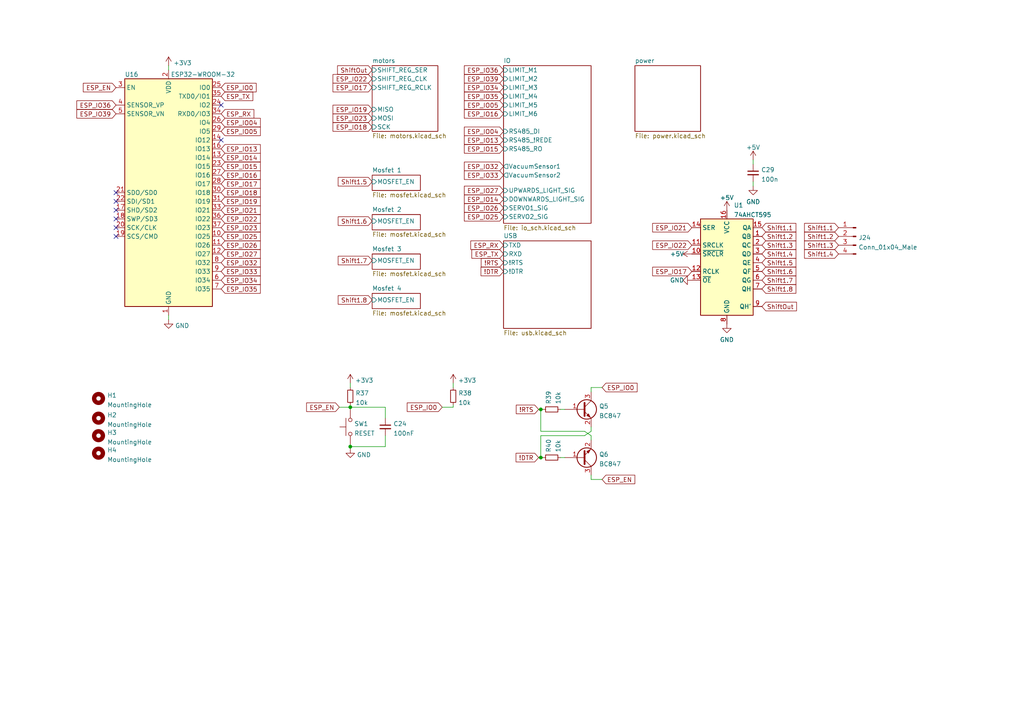
<source format=kicad_sch>
(kicad_sch (version 20211123) (generator eeschema)
  (paper "A4")
  (lib_symbols
    (symbol "74xx:74AHCT595"
      (property "Reference" "U" (at -7.62 13.97 0))
      (property "Value" "74AHCT595" (at -7.62 -16.51 0))
      (symbol "74AHCT595_1_0"
        (pin tri_state line (at 10.16 7.62 180) (length 2.54) (name "QB") (number "1"))
        (pin input line (at -10.16 2.54 0) (length 2.54) (name "~{SRCLR}") (number "10"))
        (pin input line (at -10.16 5.08 0) (length 2.54) (name "SRCLK") (number "11"))
        (pin input line (at -10.16 -2.54 0) (length 2.54) (name "RCLK") (number "12"))
        (pin input line (at -10.16 -5.08 0) (length 2.54) (name "~{OE}") (number "13"))
        (pin input line (at -10.16 10.16 0) (length 2.54) (name "SER") (number "14"))
        (pin tri_state line (at 10.16 10.16 180) (length 2.54) (name "QA") (number "15"))
        (pin power_in line (at 0 15.24 270) (length 2.54) (name "VCC") (number "16"))
        (pin tri_state line (at 10.16 5.08 180) (length 2.54) (name "QC") (number "2"))
        (pin tri_state line (at 10.16 2.54 180) (length 2.54) (name "QD") (number "3"))
        (pin tri_state line (at 10.16 0 180) (length 2.54) (name "QE") (number "4"))
        (pin tri_state line (at 10.16 -2.54 180) (length 2.54) (name "QF") (number "5"))
        (pin tri_state line (at 10.16 -5.08 180) (length 2.54) (name "QG") (number "6"))
        (pin tri_state line (at 10.16 -7.62 180) (length 2.54) (name "QH") (number "7"))
        (pin power_in line (at 0 -17.78 90) (length 2.54) (name "GND") (number "8"))
        (pin output line (at 10.16 -12.7 180) (length 2.54) (name "QH'") (number "9"))
      )
      (symbol "74AHCT595_1_1"
        (rectangle (start -7.62 12.7) (end 7.62 -15.24) (stroke (width 0.254)) (fill (type background)))
      )
    )
    (symbol "Connector:Conn_01x04_Male" (pin_names (offset 1.016) hide)
      (property "Reference" "J" (at 0 5.08 0))
      (property "Value" "Conn_01x04_Male" (at 0 -7.62 0))
      (symbol "Conn_01x04_Male_1_1"
        (polyline (pts (xy 1.27 -5.08) (xy 0.8636 -5.08)) (stroke (width 0.1524)))
        (polyline (pts (xy 1.27 -2.54) (xy 0.8636 -2.54)) (stroke (width 0.1524)))
        (polyline (pts (xy 1.27 0) (xy 0.8636 0)) (stroke (width 0.1524)))
        (polyline (pts (xy 1.27 2.54) (xy 0.8636 2.54)) (stroke (width 0.1524)))
        (rectangle (start 0.8636 -4.953) (end 0 -5.207) (stroke (width 0.1524)) (fill (type outline)))
        (rectangle (start 0.8636 -2.413) (end 0 -2.667) (stroke (width 0.1524)) (fill (type outline)))
        (rectangle (start 0.8636 0.127) (end 0 -0.127) (stroke (width 0.1524)) (fill (type outline)))
        (rectangle (start 0.8636 2.667) (end 0 2.413) (stroke (width 0.1524)) (fill (type outline)))
        (pin passive line (at 5.08 2.54 180) (length 3.81) (name "Pin_1") (number "1"))
        (pin passive line (at 5.08 0 180) (length 3.81) (name "Pin_2") (number "2"))
        (pin passive line (at 5.08 -2.54 180) (length 3.81) (name "Pin_3") (number "3"))
        (pin passive line (at 5.08 -5.08 180) (length 3.81) (name "Pin_4") (number "4"))
      )
    )
    (symbol "Device:C_Small" (pin_numbers hide) (pin_names (offset 0.254) hide)
      (property "Reference" "C" (at 0.254 1.778 0))
      (property "Value" "C_Small" (at 0.254 -2.032 0))
      (symbol "C_Small_0_1"
        (polyline (pts (xy -1.524 -0.508) (xy 1.524 -0.508)) (stroke (width 0.3302)))
        (polyline (pts (xy -1.524 0.508) (xy 1.524 0.508)) (stroke (width 0.3048)))
      )
      (symbol "C_Small_1_1"
        (pin passive line (at 0 2.54 270) (length 2.032) (name "~") (number "1"))
        (pin passive line (at 0 -2.54 90) (length 2.032) (name "~") (number "2"))
      )
    )
    (symbol "Device:R_Small" (pin_numbers hide) (pin_names (offset 0.254) hide)
      (property "Reference" "R" (at 0.762 0.508 0))
      (property "Value" "R_Small" (at 0.762 -1.016 0))
      (symbol "R_Small_0_1"
        (rectangle (start -0.762 1.778) (end 0.762 -1.778) (stroke (width 0.2032)))
      )
      (symbol "R_Small_1_1"
        (pin passive line (at 0 2.54 270) (length 0.762) (name "~") (number "1"))
        (pin passive line (at 0 -2.54 90) (length 0.762) (name "~") (number "2"))
      )
    )
    (symbol "Mechanical:MountingHole" (pin_names (offset 1.016))
      (property "Reference" "H" (at 0 5.08 0))
      (property "Value" "MountingHole" (at 0 3.175 0))
      (symbol "MountingHole_0_1"
        (circle (center 0 0) (radius 1.27) (stroke (width 1.27)))
      )
    )
    (symbol "RF_Module:ESP32-WROOM-32"
      (property "Reference" "U" (at -12.7 34.29 0))
      (property "Value" "ESP32-WROOM-32" (at 1.27 34.29 0))
      (symbol "ESP32-WROOM-32_0_1"
        (rectangle (start -12.7 33.02) (end 12.7 -33.02) (stroke (width 0.254)) (fill (type background)))
      )
      (symbol "ESP32-WROOM-32_1_1"
        (pin power_in line (at 0 -35.56 90) (length 2.54) (name "GND") (number "1"))
        (pin bidirectional line (at 15.24 -12.7 180) (length 2.54) (name "IO25") (number "10"))
        (pin bidirectional line (at 15.24 -15.24 180) (length 2.54) (name "IO26") (number "11"))
        (pin bidirectional line (at 15.24 -17.78 180) (length 2.54) (name "IO27") (number "12"))
        (pin bidirectional line (at 15.24 10.16 180) (length 2.54) (name "IO14") (number "13"))
        (pin bidirectional line (at 15.24 15.24 180) (length 2.54) (name "IO12") (number "14"))
        (pin passive line (at 0 -35.56 90) (length 2.54) hide (name "GND") (number "15"))
        (pin bidirectional line (at 15.24 12.7 180) (length 2.54) (name "IO13") (number "16"))
        (pin bidirectional line (at -15.24 -5.08 0) (length 2.54) (name "SHD/SD2") (number "17"))
        (pin bidirectional line (at -15.24 -7.62 0) (length 2.54) (name "SWP/SD3") (number "18"))
        (pin bidirectional line (at -15.24 -12.7 0) (length 2.54) (name "SCS/CMD") (number "19"))
        (pin power_in line (at 0 35.56 270) (length 2.54) (name "VDD") (number "2"))
        (pin bidirectional line (at -15.24 -10.16 0) (length 2.54) (name "SCK/CLK") (number "20"))
        (pin bidirectional line (at -15.24 0 0) (length 2.54) (name "SDO/SD0") (number "21"))
        (pin bidirectional line (at -15.24 -2.54 0) (length 2.54) (name "SDI/SD1") (number "22"))
        (pin bidirectional line (at 15.24 7.62 180) (length 2.54) (name "IO15") (number "23"))
        (pin bidirectional line (at 15.24 25.4 180) (length 2.54) (name "IO2") (number "24"))
        (pin bidirectional line (at 15.24 30.48 180) (length 2.54) (name "IO0") (number "25"))
        (pin bidirectional line (at 15.24 20.32 180) (length 2.54) (name "IO4") (number "26"))
        (pin bidirectional line (at 15.24 5.08 180) (length 2.54) (name "IO16") (number "27"))
        (pin bidirectional line (at 15.24 2.54 180) (length 2.54) (name "IO17") (number "28"))
        (pin bidirectional line (at 15.24 17.78 180) (length 2.54) (name "IO5") (number "29"))
        (pin input line (at -15.24 30.48 0) (length 2.54) (name "EN") (number "3"))
        (pin bidirectional line (at 15.24 0 180) (length 2.54) (name "IO18") (number "30"))
        (pin bidirectional line (at 15.24 -2.54 180) (length 2.54) (name "IO19") (number "31"))
        (pin no_connect line (at -12.7 -27.94 0) (length 2.54) hide (name "NC") (number "32"))
        (pin bidirectional line (at 15.24 -5.08 180) (length 2.54) (name "IO21") (number "33"))
        (pin bidirectional line (at 15.24 22.86 180) (length 2.54) (name "RXD0/IO3") (number "34"))
        (pin bidirectional line (at 15.24 27.94 180) (length 2.54) (name "TXD0/IO1") (number "35"))
        (pin bidirectional line (at 15.24 -7.62 180) (length 2.54) (name "IO22") (number "36"))
        (pin bidirectional line (at 15.24 -10.16 180) (length 2.54) (name "IO23") (number "37"))
        (pin passive line (at 0 -35.56 90) (length 2.54) hide (name "GND") (number "38"))
        (pin passive line (at 0 -35.56 90) (length 2.54) hide (name "GND") (number "39"))
        (pin input line (at -15.24 25.4 0) (length 2.54) (name "SENSOR_VP") (number "4"))
        (pin input line (at -15.24 22.86 0) (length 2.54) (name "SENSOR_VN") (number "5"))
        (pin input line (at 15.24 -25.4 180) (length 2.54) (name "IO34") (number "6"))
        (pin input line (at 15.24 -27.94 180) (length 2.54) (name "IO35") (number "7"))
        (pin bidirectional line (at 15.24 -20.32 180) (length 2.54) (name "IO32") (number "8"))
        (pin bidirectional line (at 15.24 -22.86 180) (length 2.54) (name "IO33") (number "9"))
      )
    )
    (symbol "Switch:SW_Push" (pin_numbers hide) (pin_names (offset 1.016) hide)
      (property "Reference" "SW" (at 1.27 2.54 0))
      (property "Value" "SW_Push" (at 0 -1.524 0))
      (symbol "SW_Push_0_1"
        (circle (center -2.032 0) (radius 0.508))
        (polyline (pts (xy 0 1.27) (xy 0 3.048)))
        (polyline (pts (xy 2.54 1.27) (xy -2.54 1.27)))
        (circle (center 2.032 0) (radius 0.508))
        (pin passive line (at -5.08 0 0) (length 2.54) (name "1") (number "1"))
        (pin passive line (at 5.08 0 180) (length 2.54) (name "2") (number "2"))
      )
    )
    (symbol "Transistor_BJT:BC847" (pin_names (offset 0) hide)
      (property "Reference" "Q" (at 5.08 1.905 0))
      (property "Value" "BC847" (at 5.08 0 0))
      (symbol "BC847_0_1"
        (polyline (pts (xy 0.635 0.635) (xy 2.54 2.54)))
        (polyline (pts (xy 0.635 -0.635) (xy 2.54 -2.54) (xy 2.54 -2.54)))
        (polyline (pts (xy 0.635 1.905) (xy 0.635 -1.905) (xy 0.635 -1.905)) (stroke (width 0.508)))
        (polyline (pts (xy 1.27 -1.778) (xy 1.778 -1.27) (xy 2.286 -2.286) (xy 1.27 -1.778) (xy 1.27 -1.778)) (fill (type outline)))
        (circle (center 1.27 0) (radius 2.8194) (stroke (width 0.254)))
      )
      (symbol "BC847_1_1"
        (pin input line (at -5.08 0 0) (length 5.715) (name "B") (number "1"))
        (pin passive line (at 2.54 -5.08 90) (length 2.54) (name "E") (number "2"))
        (pin passive line (at 2.54 5.08 270) (length 2.54) (name "C") (number "3"))
      )
    )
    (symbol "power:+3V3" (power) (pin_names (offset 0))
      (property "Value" "+3V3" (at 0 3.556 0))
      (symbol "+3V3_0_1"
        (polyline (pts (xy -0.762 1.27) (xy 0 2.54)))
        (polyline (pts (xy 0 0) (xy 0 2.54)))
        (polyline (pts (xy 0 2.54) (xy 0.762 1.27)))
      )
      (symbol "+3V3_1_1"
        (pin power_in line (at 0 0 90) (length 0) hide (name "+3V3") (number "1"))
      )
    )
    (symbol "power:+5V" (power) (pin_names (offset 0))
      (property "Value" "+5V" (at 0 3.556 0))
      (symbol "+5V_0_1"
        (polyline (pts (xy -0.762 1.27) (xy 0 2.54)))
        (polyline (pts (xy 0 0) (xy 0 2.54)))
        (polyline (pts (xy 0 2.54) (xy 0.762 1.27)))
      )
      (symbol "+5V_1_1"
        (pin power_in line (at 0 0 90) (length 0) hide (name "+5V") (number "1"))
      )
    )
    (symbol "power:GND" (power) (pin_names (offset 0))
      (property "Value" "GND" (at 0 -3.81 0))
      (symbol "GND_0_1"
        (polyline (pts (xy 0 0) (xy 0 -1.27) (xy 1.27 -1.27) (xy 0 -2.54) (xy -1.27 -1.27) (xy 0 -1.27)))
      )
      (symbol "GND_1_1"
        (pin power_in line (at 0 0 270) (length 0) hide (name "GND") (number "1"))
      )
    )
  )
  (junction (at 156.845 118.745))
  (junction (at 101.6 129.54))
  (junction (at 101.6 118.11))
  (junction (at 156.845 132.715))
  (no_connect (at 64.135 30.48))
  (no_connect (at 33.655 63.5))
  (no_connect (at 33.655 60.96))
  (no_connect (at 33.655 58.42))
  (no_connect (at 33.655 55.88))
  (no_connect (at 33.655 68.58))
  (no_connect (at 33.655 66.04))
  (no_connect (at 64.135 40.64))
  (wire (pts (xy 131.445 117.475) (xy 131.445 118.11)))
  (wire (pts (xy 156.845 132.715) (xy 157.48 132.715)))
  (wire (pts (xy 48.895 19.05) (xy 48.895 20.32)))
  (wire (pts (xy 128.27 118.11) (xy 131.445 118.11)))
  (wire (pts (xy 156.845 118.745) (xy 157.48 118.745)))
  (wire (pts (xy 171.45 125.095) (xy 171.45 123.825)))
  (wire (pts (xy 218.44 46.355) (xy 218.44 47.625)))
  (wire (pts (xy 101.6 130.175) (xy 101.6 129.54)))
  (wire (pts (xy 101.6 117.475) (xy 101.6 118.11)))
  (wire (pts (xy 171.45 112.395) (xy 171.45 113.665)))
  (wire (pts (xy 156.845 126.365) (xy 156.845 132.715)))
  (wire (pts (xy 101.6 129.54) (xy 101.6 128.905)))
  (wire (pts (xy 156.845 125.095) (xy 169.545 125.095)))
  (wire (pts (xy 101.6 111.125) (xy 101.6 112.395)))
  (wire (pts (xy 171.45 139.065) (xy 171.45 137.795)))
  (wire (pts (xy 169.545 126.365) (xy 156.845 126.365)))
  (wire (pts (xy 111.76 118.11) (xy 111.76 121.285)))
  (wire (pts (xy 131.445 111.125) (xy 131.445 112.395)))
  (wire (pts (xy 111.76 126.365) (xy 111.76 129.54)))
  (wire (pts (xy 98.425 118.11) (xy 101.6 118.11)))
  (wire (pts (xy 171.45 125.095) (xy 169.545 126.365)))
  (wire (pts (xy 162.56 118.745) (xy 163.83 118.745)))
  (wire (pts (xy 171.45 127.635) (xy 171.45 126.365)))
  (wire (pts (xy 218.44 53.975) (xy 218.44 52.705)))
  (wire (pts (xy 162.56 132.715) (xy 163.83 132.715)))
  (wire (pts (xy 174.625 112.395) (xy 171.45 112.395)))
  (wire (pts (xy 156.845 118.745) (xy 156.845 125.095)))
  (wire (pts (xy 171.45 126.365) (xy 169.545 125.095)))
  (wire (pts (xy 174.625 139.065) (xy 171.45 139.065)))
  (wire (pts (xy 156.21 132.715) (xy 156.845 132.715)))
  (wire (pts (xy 111.76 129.54) (xy 101.6 129.54)))
  (wire (pts (xy 48.895 92.71) (xy 48.895 91.44)))
  (wire (pts (xy 101.6 118.11) (xy 101.6 118.745)))
  (wire (pts (xy 101.6 118.11) (xy 111.76 118.11)))
  (wire (pts (xy 156.21 118.745) (xy 156.845 118.745)))
  (global_label "Shift1.2" (shape input) (at 220.98 68.58 0) (property "Intersheet References" "${INTERSHEET_REFS}" (effects hide)))
  (global_label "ESP_IO22" (shape input) (at 200.66 71.12 180) (property "Intersheet References" "${INTERSHEET_REFS}" (effects hide)))
  (global_label "ESP_IO39" (shape input) (at 146.05 22.86 180) (property "Intersheet References" "${INTERSHEET_REFS}" (effects hide)))
  (global_label "ESP_RX" (shape input) (at 64.135 33.02 0) (property "Intersheet References" "${INTERSHEET_REFS}" (effects hide)))
  (global_label "ESP_IO34" (shape input) (at 64.135 81.28 0) (property "Intersheet References" "${INTERSHEET_REFS}" (effects hide)))
  (global_label "ESP_IO36" (shape input) (at 33.655 30.48 180) (property "Intersheet References" "${INTERSHEET_REFS}" (effects hide)))
  (global_label "ESP_IO15" (shape input) (at 64.135 48.26 0) (property "Intersheet References" "${INTERSHEET_REFS}" (effects hide)))
  (global_label "Shift1.6" (shape input) (at 220.98 78.74 0) (property "Intersheet References" "${INTERSHEET_REFS}" (effects hide)))
  (global_label "ESP_IO0" (shape input) (at 128.27 118.11 180) (property "Intersheet References" "${INTERSHEET_REFS}" (effects hide)))
  (global_label "ESP_IO15" (shape input) (at 146.05 43.18 180) (property "Intersheet References" "${INTERSHEET_REFS}" (effects hide)))
  (global_label "ESP_IO32" (shape input) (at 64.135 76.2 0) (property "Intersheet References" "${INTERSHEET_REFS}" (effects hide)))
  (global_label "ESP_IO14" (shape input) (at 64.135 45.72 0) (property "Intersheet References" "${INTERSHEET_REFS}" (effects hide)))
  (global_label "Shift1.5" (shape input) (at 107.95 52.705 180) (property "Intersheet References" "${INTERSHEET_REFS}" (effects hide)))
  (global_label "ESP_IO36" (shape input) (at 146.05 20.32 180) (property "Intersheet References" "${INTERSHEET_REFS}" (effects hide)))
  (global_label "ESP_IO04" (shape input) (at 146.05 38.1 180) (property "Intersheet References" "${INTERSHEET_REFS}" (effects hide)))
  (global_label "Shift1.4" (shape input) (at 243.205 73.66 180) (property "Intersheet References" "${INTERSHEET_REFS}" (effects hide)))
  (global_label "ESP_IO34" (shape input) (at 146.05 25.4 180) (property "Intersheet References" "${INTERSHEET_REFS}" (effects hide)))
  (global_label "Shift1.1" (shape input) (at 220.98 66.04 0) (property "Intersheet References" "${INTERSHEET_REFS}" (effects hide)))
  (global_label "ESP_IO39" (shape input) (at 33.655 33.02 180) (property "Intersheet References" "${INTERSHEET_REFS}" (effects hide)))
  (global_label "Shift1.8" (shape input) (at 107.95 86.995 180) (property "Intersheet References" "${INTERSHEET_REFS}" (effects hide)))
  (global_label "ShiftOut" (shape input) (at 220.98 88.9 0) (property "Intersheet References" "${INTERSHEET_REFS}" (effects hide)))
  (global_label "ESP_IO18" (shape input) (at 107.95 36.83 180) (property "Intersheet References" "${INTERSHEET_REFS}" (effects hide)))
  (global_label "ESP_IO35" (shape input) (at 146.05 27.94 180) (property "Intersheet References" "${INTERSHEET_REFS}" (effects hide)))
  (global_label "Shift1.7" (shape input) (at 107.95 75.565 180) (property "Intersheet References" "${INTERSHEET_REFS}" (effects hide)))
  (global_label "!DTR" (shape input) (at 146.05 78.74 180) (property "Intersheet References" "${INTERSHEET_REFS}" (effects hide)))
  (global_label "!RTS" (shape input) (at 156.21 118.745 180) (property "Intersheet References" "${INTERSHEET_REFS}" (effects hide)))
  (global_label "Shift1.6" (shape input) (at 107.95 64.135 180) (property "Intersheet References" "${INTERSHEET_REFS}" (effects hide)))
  (global_label "ESP_IO18" (shape input) (at 64.135 55.88 0) (property "Intersheet References" "${INTERSHEET_REFS}" (effects hide)))
  (global_label "ESP_IO19" (shape input) (at 64.135 58.42 0) (property "Intersheet References" "${INTERSHEET_REFS}" (effects hide)))
  (global_label "Shift1.7" (shape input) (at 220.98 81.28 0) (property "Intersheet References" "${INTERSHEET_REFS}" (effects hide)))
  (global_label "!RTS" (shape input) (at 146.05 76.2 180) (property "Intersheet References" "${INTERSHEET_REFS}" (effects hide)))
  (global_label "ESP_EN" (shape input) (at 33.655 25.4 180) (property "Intersheet References" "${INTERSHEET_REFS}" (effects hide)))
  (global_label "ESP_IO17" (shape input) (at 64.135 53.34 0) (property "Intersheet References" "${INTERSHEET_REFS}" (effects hide)))
  (global_label "ESP_IO33" (shape input) (at 64.135 78.74 0) (property "Intersheet References" "${INTERSHEET_REFS}" (effects hide)))
  (global_label "ESP_IO16" (shape input) (at 64.135 50.8 0) (property "Intersheet References" "${INTERSHEET_REFS}" (effects hide)))
  (global_label "ESP_RX" (shape input) (at 146.05 71.12 180) (property "Intersheet References" "${INTERSHEET_REFS}" (effects hide)))
  (global_label "ESP_IO22" (shape input) (at 64.135 63.5 0) (property "Intersheet References" "${INTERSHEET_REFS}" (effects hide)))
  (global_label "ShiftOut" (shape input) (at 107.95 20.32 180) (property "Intersheet References" "${INTERSHEET_REFS}" (effects hide)))
  (global_label "ESP_IO0" (shape input) (at 64.135 25.4 0) (property "Intersheet References" "${INTERSHEET_REFS}" (effects hide)))
  (global_label "ESP_IO05" (shape input) (at 64.135 38.1 0) (property "Intersheet References" "${INTERSHEET_REFS}" (effects hide)))
  (global_label "Shift1.3" (shape input) (at 220.98 71.12 0) (property "Intersheet References" "${INTERSHEET_REFS}" (effects hide)))
  (global_label "ESP_IO19" (shape input) (at 107.95 31.75 180) (property "Intersheet References" "${INTERSHEET_REFS}" (effects hide)))
  (global_label "Shift1.3" (shape input) (at 243.205 71.12 180) (property "Intersheet References" "${INTERSHEET_REFS}" (effects hide)))
  (global_label "!DTR" (shape input) (at 156.21 132.715 180) (property "Intersheet References" "${INTERSHEET_REFS}" (effects hide)))
  (global_label "ESP_IO0" (shape input) (at 174.625 112.395 0) (property "Intersheet References" "${INTERSHEET_REFS}" (effects hide)))
  (global_label "ESP_IO35" (shape input) (at 64.135 83.82 0) (property "Intersheet References" "${INTERSHEET_REFS}" (effects hide)))
  (global_label "ESP_EN" (shape input) (at 174.625 139.065 0) (property "Intersheet References" "${INTERSHEET_REFS}" (effects hide)))
  (global_label "ESP_IO25" (shape input) (at 64.135 68.58 0) (property "Intersheet References" "${INTERSHEET_REFS}" (effects hide)))
  (global_label "ESP_IO14" (shape input) (at 146.05 57.785 180) (property "Intersheet References" "${INTERSHEET_REFS}" (effects hide)))
  (global_label "ESP_IO17" (shape input) (at 200.66 78.74 180) (property "Intersheet References" "${INTERSHEET_REFS}" (effects hide)))
  (global_label "Shift1.1" (shape input) (at 243.205 66.04 180) (property "Intersheet References" "${INTERSHEET_REFS}" (effects hide)))
  (global_label "ESP_IO04" (shape input) (at 64.135 35.56 0) (property "Intersheet References" "${INTERSHEET_REFS}" (effects hide)))
  (global_label "ESP_IO13" (shape input) (at 146.05 40.64 180) (property "Intersheet References" "${INTERSHEET_REFS}" (effects hide)))
  (global_label "ESP_IO13" (shape input) (at 64.135 43.18 0) (property "Intersheet References" "${INTERSHEET_REFS}" (effects hide)))
  (global_label "ESP_IO21" (shape input) (at 64.135 60.96 0) (property "Intersheet References" "${INTERSHEET_REFS}" (effects hide)))
  (global_label "ESP_EN" (shape input) (at 98.425 118.11 180) (property "Intersheet References" "${INTERSHEET_REFS}" (effects hide)))
  (global_label "ESP_IO23" (shape input) (at 64.135 66.04 0) (property "Intersheet References" "${INTERSHEET_REFS}" (effects hide)))
  (global_label "ESP_IO16" (shape input) (at 146.05 33.02 180) (property "Intersheet References" "${INTERSHEET_REFS}" (effects hide)))
  (global_label "ESP_IO33" (shape input) (at 146.05 50.8 180) (property "Intersheet References" "${INTERSHEET_REFS}" (effects hide)))
  (global_label "ESP_IO23" (shape input) (at 107.95 34.29 180) (property "Intersheet References" "${INTERSHEET_REFS}" (effects hide)))
  (global_label "ESP_IO26" (shape input) (at 64.135 71.12 0) (property "Intersheet References" "${INTERSHEET_REFS}" (effects hide)))
  (global_label "ESP_IO05" (shape input) (at 146.05 30.48 180) (property "Intersheet References" "${INTERSHEET_REFS}" (effects hide)))
  (global_label "ESP_IO26" (shape input) (at 146.05 60.325 180) (property "Intersheet References" "${INTERSHEET_REFS}" (effects hide)))
  (global_label "ESP_IO32" (shape input) (at 146.05 48.26 180) (property "Intersheet References" "${INTERSHEET_REFS}" (effects hide)))
  (global_label "ESP_IO21" (shape input) (at 200.66 66.04 180) (property "Intersheet References" "${INTERSHEET_REFS}" (effects hide)))
  (global_label "Shift1.8" (shape input) (at 220.98 83.82 0) (property "Intersheet References" "${INTERSHEET_REFS}" (effects hide)))
  (global_label "Shift1.2" (shape input) (at 243.205 68.58 180) (property "Intersheet References" "${INTERSHEET_REFS}" (effects hide)))
  (global_label "ESP_IO27" (shape input) (at 146.05 55.245 180) (property "Intersheet References" "${INTERSHEET_REFS}" (effects hide)))
  (global_label "ESP_IO25" (shape input) (at 146.05 62.865 180) (property "Intersheet References" "${INTERSHEET_REFS}" (effects hide)))
  (global_label "Shift1.4" (shape input) (at 220.98 73.66 0) (property "Intersheet References" "${INTERSHEET_REFS}" (effects hide)))
  (global_label "ESP_TX" (shape input) (at 64.135 27.94 0) (property "Intersheet References" "${INTERSHEET_REFS}" (effects hide)))
  (global_label "ESP_IO17" (shape input) (at 107.95 25.4 180) (property "Intersheet References" "${INTERSHEET_REFS}" (effects hide)))
  (global_label "ESP_TX" (shape input) (at 146.05 73.66 180) (property "Intersheet References" "${INTERSHEET_REFS}" (effects hide)))
  (global_label "ESP_IO27" (shape input) (at 64.135 73.66 0) (property "Intersheet References" "${INTERSHEET_REFS}" (effects hide)))
  (global_label "ESP_IO22" (shape input) (at 107.95 22.86 180) (property "Intersheet References" "${INTERSHEET_REFS}" (effects hide)))
  (global_label "Shift1.5" (shape input) (at 220.98 76.2 0) (property "Intersheet References" "${INTERSHEET_REFS}" (effects hide)))
  (symbol (lib_id "Mechanical:MountingHole") (at 28.575 126.365 0) (unit 1)
    (property "Reference" "H3" (at 31.115 125.4565 0) (effects (justify left)))
    (property "Value" "MountingHole" (at 31.115 128.2316 0) (effects (justify left)))
    (property "Footprint" "MountingHole:MountingHole_3.2mm_M3_Pad" (effects hide))
  )
  (symbol (lib_id "power:+3V3") (at 48.895 19.05 0) (unit 1)
    (property "Reference" "#PWR0135" (effects hide))
    (property "Value" "+3V3" (at 50.292 18.259 0) (effects (justify left)))
  )
  (symbol (lib_id "power:+3V3") (at 131.445 111.125 0) (unit 1)
    (property "Reference" "#PWR0132" (effects hide))
    (property "Value" "+3V3" (at 132.842 110.334 0) (effects (justify left)))
  )
  (symbol (lib_id "power:+3V3") (at 101.6 111.125 0) (unit 1)
    (property "Reference" "#PWR0133" (effects hide))
    (property "Value" "+3V3" (at 102.997 110.334 0) (effects (justify left)))
  )
  (symbol (lib_id "Device:R_Small") (at 101.6 114.935 180) (unit 1)
    (property "Reference" "R37" (at 103.0986 114.0265 0) (effects (justify right)))
    (property "Value" "10k" (at 103.0986 116.8016 0) (effects (justify right)))
    (property "Footprint" "Resistor_SMD:R_0805_2012Metric_Pad1.20x1.40mm_HandSolder" (effects hide))
  )
  (symbol (lib_id "power:GND") (at 200.66 81.28 270) (unit 1)
    (property "Reference" "#PWR0143" (effects hide))
    (property "Value" "GND" (at 194.31 81.28 90) (effects (justify left)))
  )
  (symbol (lib_id "Mechanical:MountingHole") (at 28.575 115.57 0) (unit 1)
    (property "Reference" "H1" (at 31.115 114.6615 0) (effects (justify left)))
    (property "Value" "MountingHole" (at 31.115 117.4366 0) (effects (justify left)))
    (property "Footprint" "MountingHole:MountingHole_3.2mm_M3_Pad" (effects hide))
  )
  (symbol (lib_id "power:GND") (at 48.895 92.71 0) (unit 1)
    (property "Reference" "#PWR0136" (effects hide))
    (property "Value" "GND" (at 50.8 94.459 0) (effects (justify left)))
  )
  (symbol (lib_id "power:GND") (at 210.82 93.98 0) (unit 1)
    (property "Reference" "#PWR0141" (effects hide))
    (property "Value" "GND" (at 210.82 98.5425 0))
  )
  (symbol (lib_id "Switch:SW_Push") (at 101.6 123.825 90) (unit 1)
    (property "Reference" "SW1" (at 102.743 122.9165 90) (effects (justify right)))
    (property "Value" "RESET" (at 102.743 125.6916 90) (effects (justify right)))
    (property "Footprint" "Button_Switch_THT:SW_PUSH_6mm" (effects hide))
  )
  (symbol (lib_id "Transistor_BJT:BC847") (at 168.91 132.715 0) (mirror x) (unit 1)
    (property "Reference" "Q6" (at 173.7614 131.8065 0) (effects (justify left)))
    (property "Value" "BC847" (at 173.7614 134.5816 0) (effects (justify left)))
    (property "Footprint" "Package_TO_SOT_SMD:SOT-23" (effects hide))
    (property "Datasheet" "http://www.infineon.com/dgdl/Infineon-BC847SERIES_BC848SERIES_BC849SERIES_BC850SERIES-DS-v01_01-en.pdf?fileId=db3a304314dca389011541d4630a1657" (effects hide))
  )
  (symbol (lib_id "Mechanical:MountingHole") (at 28.575 121.285 0) (unit 1)
    (property "Reference" "H2" (at 31.115 120.3765 0) (effects (justify left)))
    (property "Value" "MountingHole" (at 31.115 123.1516 0) (effects (justify left)))
    (property "Footprint" "MountingHole:MountingHole_3.2mm_M3_Pad" (effects hide))
  )
  (symbol (lib_id "RF_Module:ESP32-WROOM-32") (at 48.895 55.88 0) (unit 1)
    (property "Reference" "U16" (at 36.195 21.59 0) (effects (justify left)))
    (property "Value" "ESP32-WROOM-32" (at 49.53 21.59 0) (effects (justify left)))
    (property "Footprint" "RF_Module:ESP32-WROOM-32" (effects hide))
    (property "Datasheet" "https://www.espressif.com/sites/default/files/documentation/esp32-wroom-32_datasheet_en.pdf" (effects hide))
  )
  (symbol (lib_id "Device:R_Small") (at 160.02 118.745 270) (unit 1)
    (property "Reference" "R39" (at 159.1115 117.2464 0) (effects (justify right)))
    (property "Value" "10k" (at 161.8866 117.2464 0) (effects (justify right)))
    (property "Footprint" "Resistor_SMD:R_0805_2012Metric_Pad1.20x1.40mm_HandSolder" (effects hide))
  )
  (symbol (lib_id "Device:C_Small") (at 218.44 50.165 0) (unit 1)
    (property "Reference" "C29" (at 220.7641 49.2628 0) (effects (justify left)))
    (property "Value" "100n" (at 220.7641 52.0379 0) (effects (justify left)))
    (property "Footprint" "Capacitor_SMD:C_0805_2012Metric_Pad1.18x1.45mm_HandSolder" (effects hide))
  )
  (symbol (lib_id "74xx:74AHCT595") (at 210.82 76.2 0) (unit 1)
    (property "Reference" "U1" (at 212.8394 59.5335 0) (effects (justify left)))
    (property "Value" "74AHCT595" (at 212.8394 62.3086 0) (effects (justify left)))
    (property "Footprint" "Package_SO:SOIC-16_3.9x9.9mm_P1.27mm" (effects hide))
    (property "Datasheet" "https://assets.nexperia.com/documents/data-sheet/74AHC_AHCT595.pdf" (effects hide))
  )
  (symbol (lib_id "power:GND") (at 101.6 130.175 0) (unit 1)
    (property "Reference" "#PWR0134" (effects hide))
    (property "Value" "GND" (at 103.505 131.924 0) (effects (justify left)))
  )
  (symbol (lib_id "power:GND") (at 218.44 53.975 0) (unit 1)
    (property "Reference" "#PWR0146" (effects hide))
    (property "Value" "GND" (at 218.44 58.5375 0))
  )
  (symbol (lib_id "Device:R_Small") (at 160.02 132.715 270) (unit 1)
    (property "Reference" "R40" (at 159.1115 131.2164 0) (effects (justify right)))
    (property "Value" "10k" (at 161.8866 131.2164 0) (effects (justify right)))
    (property "Footprint" "Resistor_SMD:R_0805_2012Metric_Pad1.20x1.40mm_HandSolder" (effects hide))
  )
  (symbol (lib_id "power:+5V") (at 200.66 73.66 90) (unit 1)
    (property "Reference" "#PWR0142" (effects hide))
    (property "Value" "+5V" (at 194.31 73.66 90) (effects (justify right)))
  )
  (symbol (lib_id "Device:R_Small") (at 131.445 114.935 180) (unit 1)
    (property "Reference" "R38" (at 132.9436 114.0265 0) (effects (justify right)))
    (property "Value" "10k" (at 132.9436 116.8016 0) (effects (justify right)))
    (property "Footprint" "Resistor_SMD:R_0805_2012Metric_Pad1.20x1.40mm_HandSolder" (effects hide))
  )
  (symbol (lib_id "power:+5V") (at 210.82 60.96 0) (unit 1)
    (property "Reference" "#PWR0145" (effects hide))
    (property "Value" "+5V" (at 210.82 57.3555 0))
  )
  (symbol (lib_id "power:+5V") (at 218.44 46.355 0) (unit 1)
    (property "Reference" "#PWR0144" (effects hide))
    (property "Value" "+5V" (at 218.44 42.7505 0))
  )
  (symbol (lib_id "Transistor_BJT:BC847") (at 168.91 118.745 0) (unit 1)
    (property "Reference" "Q5" (at 173.7614 117.8365 0) (effects (justify left)))
    (property "Value" "BC847" (at 173.7614 120.6116 0) (effects (justify left)))
    (property "Footprint" "Package_TO_SOT_SMD:SOT-23" (effects hide))
    (property "Datasheet" "http://www.infineon.com/dgdl/Infineon-BC847SERIES_BC848SERIES_BC849SERIES_BC850SERIES-DS-v01_01-en.pdf?fileId=db3a304314dca389011541d4630a1657" (effects hide))
  )
  (symbol (lib_id "Device:C_Small") (at 111.76 123.825 0) (unit 1)
    (property "Reference" "C24" (at 114.0841 122.9228 0) (effects (justify left)))
    (property "Value" "100nF" (at 114.0841 125.6979 0) (effects (justify left)))
    (property "Footprint" "Capacitor_SMD:C_0805_2012Metric_Pad1.18x1.45mm_HandSolder" (effects hide))
  )
  (symbol (lib_id "Connector:Conn_01x04_Male") (at 248.285 68.58 0) (mirror y) (unit 1)
    (property "Reference" "J24" (at 248.9962 68.9415 0) (effects (justify right)))
    (property "Value" "Conn_01x04_Male" (at 248.9962 71.7166 0) (effects (justify right)))
    (property "Footprint" "Connector_PinHeader_2.54mm:PinHeader_1x04_P2.54mm_Vertical" (effects hide))
  )
  (symbol (lib_id "Mechanical:MountingHole") (at 28.575 131.445 0) (unit 1)
    (property "Reference" "H4" (at 31.115 130.5365 0) (effects (justify left)))
    (property "Value" "MountingHole" (at 31.115 133.3116 0) (effects (justify left)))
    (property "Footprint" "MountingHole:MountingHole_3.2mm_M3_Pad" (effects hide))
  )
  (sheet (at 146.05 19.05) (size 25.4 45.72) (stroke (width 0.1524))
    (property "Sheet name" "IO" (at 146.05 18.3384 0) (effects (justify left bottom)))
    (property "Sheet file" "io_sch.kicad_sch" (at 146.05 65.3546 0) (effects (justify left top)))
    (pin "LIMIT_M4" input (at 146.05 27.94 180))
    (pin "LIMIT_M6" input (at 146.05 33.02 180))
    (pin "LIMIT_M5" input (at 146.05 30.48 180))
    (pin "LIMIT_M1" input (at 146.05 20.32 180))
    (pin "LIMIT_M2" input (at 146.05 22.86 180))
    (pin "LIMIT_M3" input (at 146.05 25.4 180))
    (pin "RS485_DI" input (at 146.05 38.1 180))
    (pin "RS485_RO" input (at 146.05 43.18 180))
    (pin "RS485_!REDE" input (at 146.05 40.64 180))
    (pin "VacuumSensor2" output (at 146.05 50.8 180))
    (pin "VacuumSensor1" output (at 146.05 48.26 180))
    (pin "UPWARDS_LIGHT_SIG" input (at 146.05 55.245 180))
    (pin "DOWNWARDS_LIGHT_SIG" input (at 146.05 57.785 180))
    (pin "SERVO2_SIG" input (at 146.05 62.865 180))
    (pin "SERVO1_SIG" input (at 146.05 60.325 180))
  )
  (sheet (at 107.95 62.23) (size 13.97 4.445)
    (property "Sheet name" "Mosfet 2" (at 107.95 61.5184 0) (effects (justify left bottom)))
    (property "Sheet file" "mosfet.kicad_sch" (at 107.95 67.2596 0) (effects (justify left top)))
    (pin "MOSFET_EN" input (at 107.95 64.135 180))
  )
  (sheet (at 107.95 73.66) (size 13.97 4.445)
    (property "Sheet name" "Mosfet 3" (at 107.95 72.9484 0) (effects (justify left bottom)))
    (property "Sheet file" "mosfet.kicad_sch" (at 107.95 78.6896 0) (effects (justify left top)))
    (pin "MOSFET_EN" input (at 107.95 75.565 180))
  )
  (sheet (at 184.15 19.05) (size 19.05 19.05) (stroke (width 0.1524))
    (property "Sheet name" "power" (at 184.15 18.3384 0) (effects (justify left bottom)))
    (property "Sheet file" "power.kicad_sch" (at 184.15 38.6846 0) (effects (justify left top)))
  )
  (sheet (at 107.95 85.09) (size 13.97 4.445)
    (property "Sheet name" "Mosfet 4" (at 107.95 84.3784 0) (effects (justify left bottom)))
    (property "Sheet file" "mosfet.kicad_sch" (at 107.95 90.1196 0) (effects (justify left top)))
    (pin "MOSFET_EN" input (at 107.95 86.995 180))
  )
  (sheet (at 146.05 69.85) (size 25.4 25.4) (stroke (width 0.1524))
    (property "Sheet name" "USB" (at 146.05 69.1384 0) (effects (justify left bottom)))
    (property "Sheet file" "usb.kicad_sch" (at 146.05 95.8346 0) (effects (justify left top)))
    (pin "!DTR" input (at 146.05 78.74 180))
    (pin "TXD" input (at 146.05 71.12 180))
    (pin "RXD" input (at 146.05 73.66 180))
    (pin "!RTS" input (at 146.05 76.2 180))
  )
  (sheet (at 107.95 19.05) (size 19.05 19.05) (stroke (width 0.1524))
    (property "Sheet name" "motors" (at 107.95 18.3384 0) (effects (justify left bottom)))
    (property "Sheet file" "motors.kicad_sch" (at 107.95 38.6846 0) (effects (justify left top)))
    (pin "SHIFT_REG_SER" input (at 107.95 20.32 180))
    (pin "SHIFT_REG_CLK" input (at 107.95 22.86 180))
    (pin "SHIFT_REG_RCLK" input (at 107.95 25.4 180))
    (pin "MISO" input (at 107.95 31.75 180))
    (pin "MOSI" input (at 107.95 34.29 180))
    (pin "SCK" input (at 107.95 36.83 180))
  )
  (sheet (at 107.95 50.8) (size 13.97 4.445)
    (property "Sheet name" "Mosfet 1" (at 107.95 50.0884 0) (effects (justify left bottom)))
    (property "Sheet file" "mosfet.kicad_sch" (at 107.95 55.8296 0) (effects (justify left top)))
    (pin "MOSFET_EN" input (at 107.95 52.705 180))
  )
)
</source>
